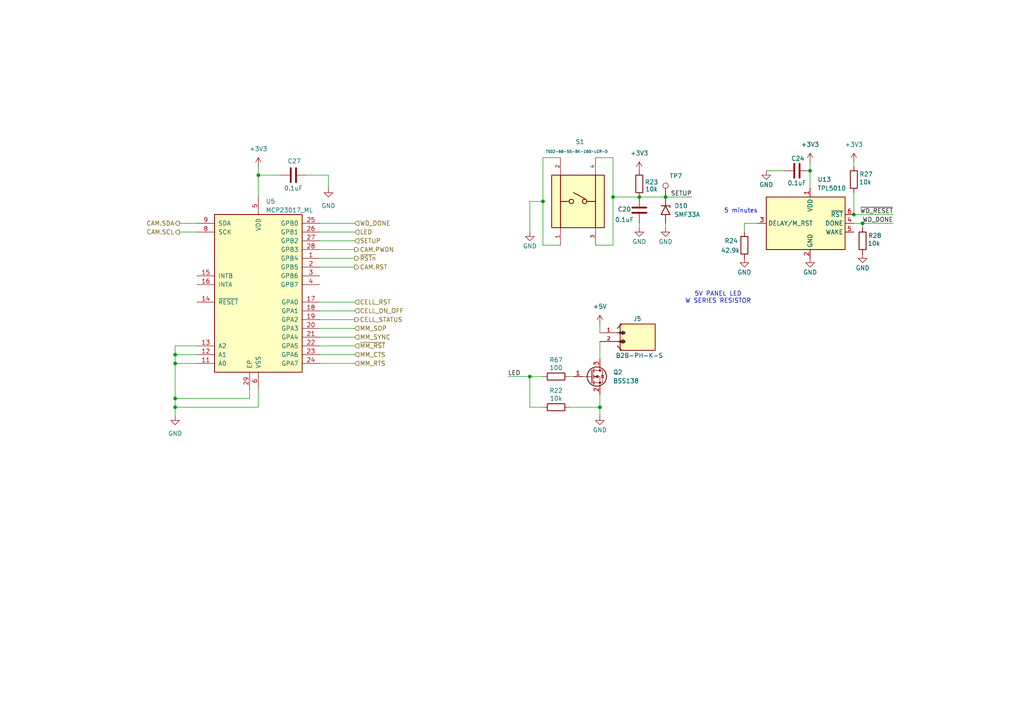
<source format=kicad_sch>
(kicad_sch (version 20250114) (generator "eeschema") (generator_version "9.0")
  (paper "A4")
  (lib_symbols
    (symbol "B2B-PH-K-S:B2B-PH-K-S" (pin_names (offset 1.016))
      (property "Reference" "J" (at -5.58 5.08 0))
      (property "Value" "B2B-PH-K-S" (at -5.08 -5.08 0))
      (symbol "B2B-PH-K-S_0_0"
        (polyline (pts (xy -5.08 3.81) (xy -3.81 5.08)) (stroke (width 0.254)))
        (polyline (pts (xy -5.08 2.54) (xy -3.175 2.54)) (stroke (width 0.254)))
        (polyline (pts (xy -5.08 0) (xy -3.175 0)) (stroke (width 0.254)))
        (polyline (pts (xy -5.08 -1.27) (xy -3.81 -2.54)) (stroke (width 0.254)))
        (rectangle (start -4.445 2.2225) (end -2.8575 2.8575) (stroke (width 0.1)) (fill (type outline)))
        (rectangle (start -4.445 -0.3175) (end -2.8575 0.3175) (stroke (width 0.1)) (fill (type outline)))
        (rectangle (start -4.2863 -2.54) (end 5.8738 5.08) (stroke (width 0.254)) (fill (type background)))
        (pin passive line (at -10.16 2.54 0) (length 5.08) (name "1") (number "1"))
        (pin passive line (at -10.16 0 0) (length 5.08) (name "2") (number "2"))
      )
    )
    (symbol "Connector:TestPoint" (pin_numbers (hide yes)) (pin_names (offset 0.762) (hide yes))
      (property "Reference" "TP" (at 0 6.858 0))
      (property "Value" "TestPoint" (at 0 5.08 0))
      (symbol "TestPoint_0_1"
        (circle (center 0 3.302) (radius 0.762))
      )
      (symbol "TestPoint_1_1"
        (pin passive line (at 0 0 90) (length 2.54) (name "1") (number "1"))
      )
    )
    (symbol "Device:C" (pin_numbers (hide yes)) (pin_names (offset 0.254))
      (property "Reference" "C" (at 0.635 2.54 0))
      (property "Value" "C" (at 0.635 -2.54 0))
      (symbol "C_0_1"
        (polyline (pts (xy -2.032 0.762) (xy 2.032 0.762)) (stroke (width 0.508)))
        (polyline (pts (xy -2.032 -0.762) (xy 2.032 -0.762)) (stroke (width 0.508)))
      )
      (symbol "C_1_1"
        (pin passive line (at 0 3.81 270) (length 2.794) (name "~") (number "1"))
        (pin passive line (at 0 -3.81 90) (length 2.794) (name "~") (number "2"))
      )
    )
    (symbol "Device:R" (pin_numbers (hide yes)) (pin_names (offset 0))
      (property "Reference" "R" (at 2.032 0 90))
      (property "Value" "R" (at 0 0 90))
      (symbol "R_0_1"
        (rectangle (start -1.016 -2.54) (end 1.016 2.54) (stroke (width 0.254)))
      )
      (symbol "R_1_1"
        (pin passive line (at 0 3.81 270) (length 1.27) (name "~") (number "1"))
        (pin passive line (at 0 -3.81 90) (length 1.27) (name "~") (number "2"))
      )
    )
    (symbol "Diode:SMF33A" (pin_numbers (hide yes)) (pin_names (offset 1.016) (hide yes))
      (property "Reference" "D" (at 0 2.54 0))
      (property "Value" "SMF33A" (at 0 -2.54 0))
      (symbol "SMF33A_0_1"
        (polyline (pts (xy -0.762 1.27) (xy -1.27 1.27) (xy -1.27 -1.27)) (stroke (width 0.254)))
        (polyline (pts (xy 1.27 1.27) (xy 1.27 -1.27) (xy -1.27 0) (xy 1.27 1.27)) (stroke (width 0.254)))
      )
      (symbol "SMF33A_1_1"
        (pin passive line (at -3.81 0 0) (length 2.54) (name "A1") (number "1"))
        (pin passive line (at 3.81 0 180) (length 2.54) (name "A2") (number "2"))
      )
    )
    (symbol "Interface_Expansion:MCP23017_ML" (pin_names (offset 1.016))
      (property "Reference" "U" (at -11.43 24.13 0))
      (property "Value" "MCP23017_ML" (at 0 0 0))
      (symbol "MCP23017_ML_0_1"
        (rectangle (start -12.7 22.86) (end 12.7 -22.86) (stroke (width 0.254)) (fill (type background)))
      )
      (symbol "MCP23017_ML_1_1"
        (pin bidirectional line (at -17.78 20.32 0) (length 5.08) (name "SDA") (number "9"))
        (pin input line (at -17.78 17.78 0) (length 5.08) (name "SCK") (number "8"))
        (pin tri_state line (at -17.78 5.08 0) (length 5.08) (name "INTB") (number "15"))
        (pin tri_state line (at -17.78 2.54 0) (length 5.08) (name "INTA") (number "16"))
        (pin input line (at -17.78 -2.54 0) (length 5.08) (name "~{RESET}") (number "14"))
        (pin input line (at -17.78 -15.24 0) (length 5.08) (name "A2") (number "13"))
        (pin input line (at -17.78 -17.78 0) (length 5.08) (name "A1") (number "12"))
        (pin input line (at -17.78 -20.32 0) (length 5.08) (name "A0") (number "11"))
        (pin no_connect line (at -12.7 15.24 0) (length 5.08) (hide yes) (name "NC") (number "7"))
        (pin no_connect line (at -12.7 12.7 0) (length 5.08) (hide yes) (name "NC") (number "10"))
        (pin passive line (at -2.54 -27.94 90) (length 5.08) (name "EP") (number "29"))
        (pin power_in line (at 0 27.94 270) (length 5.08) (name "VDD") (number "5"))
        (pin power_in line (at 0 -27.94 90) (length 5.08) (name "VSS") (number "6"))
        (pin bidirectional line (at 17.78 20.32 180) (length 5.08) (name "GPB0") (number "25"))
        (pin bidirectional line (at 17.78 17.78 180) (length 5.08) (name "GPB1") (number "26"))
        (pin bidirectional line (at 17.78 15.24 180) (length 5.08) (name "GPB2") (number "27"))
        (pin bidirectional line (at 17.78 12.7 180) (length 5.08) (name "GPB3") (number "28"))
        (pin bidirectional line (at 17.78 10.16 180) (length 5.08) (name "GPB4") (number "1"))
        (pin bidirectional line (at 17.78 7.62 180) (length 5.08) (name "GPB5") (number "2"))
        (pin bidirectional line (at 17.78 5.08 180) (length 5.08) (name "GPB6") (number "3"))
        (pin output line (at 17.78 2.54 180) (length 5.08) (name "GPB7") (number "4"))
        (pin bidirectional line (at 17.78 -2.54 180) (length 5.08) (name "GPA0") (number "17"))
        (pin bidirectional line (at 17.78 -5.08 180) (length 5.08) (name "GPA1") (number "18"))
        (pin bidirectional line (at 17.78 -7.62 180) (length 5.08) (name "GPA2") (number "19"))
        (pin bidirectional line (at 17.78 -10.16 180) (length 5.08) (name "GPA3") (number "20"))
        (pin bidirectional line (at 17.78 -12.7 180) (length 5.08) (name "GPA4") (number "21"))
        (pin bidirectional line (at 17.78 -15.24 180) (length 5.08) (name "GPA5") (number "22"))
        (pin bidirectional line (at 17.78 -17.78 180) (length 5.08) (name "GPA6") (number "23"))
        (pin output line (at 17.78 -20.32 180) (length 5.08) (name "GPA7") (number "24"))
      )
    )
    (symbol "TS02-66-55-BK-160-LCR-D:TS02-66-55-BK-160-LCR-D" (pin_names (offset 1.016))
      (property "Reference" "S" (at -7.62 8.382 0))
      (property "Value" "TS02-66-55-BK-160-LCR-D" (at -7.62 -8.382 0))
      (symbol "TS02-66-55-BK-160-LCR-D_0_0"
        (rectangle (start -7.62 -7.62) (end 7.62 7.62) (stroke (width 0.254)) (fill (type background)))
        (polyline (pts (xy 0 5.08) (xy 0 2.54)) (stroke (width 0.254)))
        (circle (center 0 1.905) (radius 0.635) (stroke (width 0.254)))
        (circle (center 0 -1.905) (radius 0.635) (stroke (width 0.254)))
        (polyline (pts (xy 0 -2.54) (xy 0 -5.08)) (stroke (width 0.254)))
        (polyline (pts (xy 0.635 -2.2225) (xy 2.54 1.27)) (stroke (width 0.254)))
        (polyline (pts (xy 7.62 5.08) (xy -7.62 5.08)) (stroke (width 0.254)))
        (polyline (pts (xy 7.62 -5.08) (xy -7.62 -5.08)) (stroke (width 0.254)))
        (pin passive line (at -12.7 5.08 0) (length 5.08) (name "~") (number "1"))
        (pin passive line (at -12.7 -5.08 0) (length 5.08) (name "~") (number "3"))
        (pin passive line (at 12.7 5.08 180) (length 5.08) (name "~") (number "2"))
        (pin passive line (at 12.7 -5.08 180) (length 5.08) (name "~") (number "4"))
      )
    )
    (symbol "Timer:TPL5010"
      (property "Reference" "U" (at -8.89 8.89 0))
      (property "Value" "TPL5010" (at 6.35 8.89 0))
      (symbol "TPL5010_0_1"
        (rectangle (start -12.7 7.62) (end 10.16 -7.62) (stroke (width 0.254)) (fill (type background)))
      )
      (symbol "TPL5010_1_1"
        (pin input line (at -15.24 0 0) (length 2.54) (name "DELAY/M_RST") (number "3"))
        (pin power_in line (at 0 10.16 270) (length 2.54) (name "VDD") (number "1"))
        (pin power_in line (at 0 -10.16 90) (length 2.54) (name "GND") (number "2"))
        (pin open_collector line (at 12.7 2.54 180) (length 2.54) (name "~{RST}") (number "6"))
        (pin input line (at 12.7 0 180) (length 2.54) (name "DONE") (number "4"))
        (pin output line (at 12.7 -2.54 180) (length 2.54) (name "WAKE") (number "5"))
      )
    )
    (symbol "Transistor_FET:BSS138" (pin_names (offset 0) (hide yes))
      (property "Reference" "Q" (at 5.08 1.905 0))
      (property "Value" "BSS138" (at 5.08 0 0))
      (symbol "BSS138_0_1"
        (polyline (pts (xy 0.254 1.905) (xy 0.254 -1.905)) (stroke (width 0.254)))
        (polyline (pts (xy 0.254 0) (xy -2.54 0)))
        (polyline (pts (xy 0.762 2.286) (xy 0.762 1.27)) (stroke (width 0.254)))
        (polyline (pts (xy 0.762 0.508) (xy 0.762 -0.508)) (stroke (width 0.254)))
        (polyline (pts (xy 0.762 -1.27) (xy 0.762 -2.286)) (stroke (width 0.254)))
        (polyline (pts (xy 0.762 -1.778) (xy 3.302 -1.778) (xy 3.302 1.778) (xy 0.762 1.778)))
        (polyline (pts (xy 1.016 0) (xy 2.032 0.381) (xy 2.032 -0.381) (xy 1.016 0)) (fill (type outline)))
        (circle (center 1.651 0) (radius 2.794) (stroke (width 0.254)))
        (polyline (pts (xy 2.54 2.54) (xy 2.54 1.778)))
        (circle (center 2.54 1.778) (radius 0.254) (fill (type outline)))
        (circle (center 2.54 -1.778) (radius 0.254) (fill (type outline)))
        (polyline (pts (xy 2.54 -2.54) (xy 2.54 0) (xy 0.762 0)))
        (polyline (pts (xy 2.921 0.381) (xy 3.683 0.381)))
        (polyline (pts (xy 3.302 0.381) (xy 2.921 -0.254) (xy 3.683 -0.254) (xy 3.302 0.381)))
      )
      (symbol "BSS138_1_1"
        (pin input line (at -5.08 0 0) (length 2.54) (name "G") (number "1"))
        (pin passive line (at 2.54 5.08 270) (length 2.54) (name "D") (number "3"))
        (pin passive line (at 2.54 -5.08 90) (length 2.54) (name "S") (number "2"))
      )
    )
    (symbol "power:+3V3" (power) (pin_numbers (hide yes)) (pin_names (offset 0) (hide yes))
      (property "Value" "+3V3" (at 0 3.556 0))
      (symbol "+3V3_0_1"
        (polyline (pts (xy -0.762 1.27) (xy 0 2.54)))
        (polyline (pts (xy 0 2.54) (xy 0.762 1.27)))
        (polyline (pts (xy 0 0) (xy 0 2.54)))
      )
      (symbol "+3V3_1_1"
        (pin power_in line (at 0 0 90) (length 0) (name "~") (number "1"))
      )
    )
    (symbol "power:+5V" (power) (pin_numbers (hide yes)) (pin_names (offset 0) (hide yes))
      (property "Value" "+5V" (at 0 3.556 0))
      (symbol "+5V_0_1"
        (polyline (pts (xy -0.762 1.27) (xy 0 2.54)))
        (polyline (pts (xy 0 2.54) (xy 0.762 1.27)))
        (polyline (pts (xy 0 0) (xy 0 2.54)))
      )
      (symbol "+5V_1_1"
        (pin power_in line (at 0 0 90) (length 0) (name "~") (number "1"))
      )
    )
    (symbol "power:GND" (power) (pin_numbers (hide yes)) (pin_names (offset 0) (hide yes))
      (property "Value" "GND" (at 0 -3.81 0))
      (symbol "GND_0_1"
        (polyline (pts (xy 0 0) (xy 0 -1.27) (xy 1.27 -1.27) (xy 0 -2.54) (xy -1.27 -1.27) (xy 0 -1.27)))
      )
      (symbol "GND_1_1"
        (pin power_in line (at 0 0 270) (length 0) (name "~") (number "1"))
      )
    )
  )
  (text "5V PANEL LED\nW SERIES RESISTOR" (at 208.28 86.36 0) (effects (font (size 1.27 1.27))))
  (text "5 minutes" (at 214.884 61.214 0) (effects (font (size 1.27 1.27))))
  (junction (at 173.99 118.11))
  (junction (at 247.65 62.23))
  (junction (at 234.95 49.53))
  (junction (at 50.8 118.11))
  (junction (at 185.42 57.15))
  (junction (at 250.19 64.77))
  (junction (at 193.04 57.15))
  (junction (at 177.8 57.15))
  (junction (at 153.67 109.22))
  (junction (at 50.8 105.41))
  (junction (at 74.93 50.8))
  (junction (at 50.8 115.57))
  (junction (at 50.8 102.87))
  (junction (at 157.48 58.42))
  (wire (pts (xy 172.72 45.72) (xy 177.8 45.72)))
  (wire (pts (xy 81.28 50.8) (xy 74.93 50.8)))
  (wire (pts (xy 165.1 109.22) (xy 166.37 109.22)))
  (wire (pts (xy 147.32 109.22) (xy 153.67 109.22)))
  (wire (pts (xy 250.19 64.77) (xy 259.08 64.77)))
  (wire (pts (xy 177.8 57.15) (xy 185.42 57.15)))
  (wire (pts (xy 50.8 102.87) (xy 50.8 105.41)))
  (wire (pts (xy 173.99 114.3) (xy 173.99 118.11)))
  (wire (pts (xy 74.93 113.03) (xy 74.93 118.11)))
  (wire (pts (xy 157.48 118.11) (xy 153.67 118.11)))
  (wire (pts (xy 102.87 77.47) (xy 92.71 77.47)))
  (wire (pts (xy 102.87 102.87) (xy 92.71 102.87)))
  (wire (pts (xy 157.48 45.72) (xy 157.48 58.42)))
  (wire (pts (xy 50.8 115.57) (xy 50.8 118.11)))
  (wire (pts (xy 72.39 113.03) (xy 72.39 115.57)))
  (wire (pts (xy 50.8 102.87) (xy 57.15 102.87)))
  (wire (pts (xy 74.93 50.8) (xy 74.93 57.15)))
  (wire (pts (xy 102.87 97.79) (xy 92.71 97.79)))
  (wire (pts (xy 102.87 87.63) (xy 92.71 87.63)))
  (wire (pts (xy 92.71 92.71) (xy 102.87 92.71)))
  (wire (pts (xy 92.71 67.31) (xy 102.87 67.31)))
  (wire (pts (xy 74.93 118.11) (xy 50.8 118.11)))
  (wire (pts (xy 102.87 105.41) (xy 92.71 105.41)))
  (wire (pts (xy 102.87 100.33) (xy 92.71 100.33)))
  (wire (pts (xy 88.9 50.8) (xy 95.25 50.8)))
  (wire (pts (xy 234.95 46.99) (xy 234.95 49.53)))
  (wire (pts (xy 74.93 48.26) (xy 74.93 50.8)))
  (wire (pts (xy 247.65 62.23) (xy 259.08 62.23)))
  (wire (pts (xy 173.99 99.06) (xy 173.99 104.14)))
  (wire (pts (xy 215.9 64.77) (xy 219.71 64.77)))
  (wire (pts (xy 153.67 109.22) (xy 157.48 109.22)))
  (wire (pts (xy 102.87 74.93) (xy 92.71 74.93)))
  (wire (pts (xy 185.42 66.04) (xy 185.42 64.77)))
  (wire (pts (xy 157.48 71.12) (xy 157.48 58.42)))
  (wire (pts (xy 193.04 57.15) (xy 200.66 57.15)))
  (wire (pts (xy 50.8 100.33) (xy 50.8 102.87)))
  (wire (pts (xy 173.99 93.98) (xy 173.99 96.52)))
  (wire (pts (xy 50.8 105.41) (xy 50.8 115.57)))
  (wire (pts (xy 247.65 55.88) (xy 247.65 62.23)))
  (wire (pts (xy 50.8 118.11) (xy 50.8 120.65)))
  (wire (pts (xy 177.8 71.12) (xy 177.8 57.15)))
  (wire (pts (xy 247.65 64.77) (xy 250.19 64.77)))
  (wire (pts (xy 72.39 115.57) (xy 50.8 115.57)))
  (wire (pts (xy 157.48 71.12) (xy 162.56 71.12)))
  (wire (pts (xy 102.87 95.25) (xy 92.71 95.25)))
  (wire (pts (xy 247.65 46.99) (xy 247.65 48.26)))
  (wire (pts (xy 193.04 66.04) (xy 193.04 64.77)))
  (wire (pts (xy 185.42 57.15) (xy 193.04 57.15)))
  (wire (pts (xy 172.72 71.12) (xy 177.8 71.12)))
  (wire (pts (xy 250.19 66.04) (xy 250.19 64.77)))
  (wire (pts (xy 165.1 118.11) (xy 173.99 118.11)))
  (wire (pts (xy 92.71 69.85) (xy 102.87 69.85)))
  (wire (pts (xy 92.71 64.77) (xy 102.87 64.77)))
  (wire (pts (xy 234.95 49.53) (xy 234.95 54.61)))
  (wire (pts (xy 52.07 64.77) (xy 57.15 64.77)))
  (wire (pts (xy 162.56 45.72) (xy 157.48 45.72)))
  (wire (pts (xy 57.15 100.33) (xy 50.8 100.33)))
  (wire (pts (xy 153.67 118.11) (xy 153.67 109.22)))
  (wire (pts (xy 157.48 58.42) (xy 153.67 58.42)))
  (wire (pts (xy 102.87 90.17) (xy 92.71 90.17)))
  (wire (pts (xy 50.8 105.41) (xy 57.15 105.41)))
  (wire (pts (xy 102.87 72.39) (xy 92.71 72.39)))
  (wire (pts (xy 215.9 67.31) (xy 215.9 64.77)))
  (wire (pts (xy 95.25 50.8) (xy 95.25 54.61)))
  (wire (pts (xy 52.07 67.31) (xy 57.15 67.31)))
  (wire (pts (xy 222.25 49.53) (xy 227.33 49.53)))
  (wire (pts (xy 177.8 45.72) (xy 177.8 57.15)))
  (wire (pts (xy 173.99 118.11) (xy 173.99 120.65)))
  (wire (pts (xy 153.67 58.42) (xy 153.67 67.31)))
  (label "SETUP" (at 200.66 57.15 180))
  (label "LED" (at 147.32 109.22 0))
  (label "~{WD_RESET}" (at 259.08 62.23 180))
  (label "WD_DONE" (at 259.08 64.77 180))
  (hierarchical_label "~{RSTn}" (shape output) (at 102.87 74.93 0))
  (hierarchical_label "MM_CTS" (shape input) (at 102.87 102.87 0))
  (hierarchical_label "MM_SOP" (shape input) (at 102.87 95.25 0))
  (hierarchical_label "CELL_ON_OFF" (shape input) (at 102.87 90.17 0))
  (hierarchical_label "~{MM_RST}" (shape input) (at 102.87 100.33 0))
  (hierarchical_label "CELL_RST" (shape input) (at 102.87 87.63 0))
  (hierarchical_label "WD_DONE" (shape input) (at 102.87 64.77 0))
  (hierarchical_label "MM_RTS" (shape input) (at 102.87 105.41 0))
  (hierarchical_label "LED" (shape input) (at 102.87 67.31 0))
  (hierarchical_label "CELL_ON_OFF" (shape input) (at -25.4 102.87 180))
  (hierarchical_label "CAM.RST" (shape output) (at 102.87 77.47 0))
  (hierarchical_label "CELL_RST" (shape input) (at -40.64 163.83 180))
  (hierarchical_label "SETUP" (shape input) (at 102.87 69.85 0))
  (hierarchical_label "CELL_STATUS" (shape output) (at 102.87 92.71 0))
  (hierarchical_label "CAM.SCL" (shape output) (at 52.07 67.31 180))
  (hierarchical_label "CAM.PWDN" (shape output) (at 102.87 72.39 0))
  (hierarchical_label "MM_SYNC" (shape input) (at 102.87 97.79 0))
  (hierarchical_label "CELL_STATUS" (shape output) (at -30.48 82.55 180))
  (hierarchical_label "CAM.SDA" (shape output) (at 52.07 64.77 180))
  (symbol (lib_id "power:+3V3") (at 234.95 46.99 0) (unit 1)
    (property "Reference" "#PWR044" (effects (hide yes)))
    (property "Value" "+3V3" (at 234.95 41.91 0))
    (property "Description" "Power symbol creates a global label with name \"+3V3\"" (effects (hide yes)))
  )
  (symbol (lib_id "Device:R") (at 247.65 52.07 0) (unit 1)
    (property "Reference" "R27" (at 251.206 50.546 0))
    (property "Value" "10k" (at 250.952 52.832 0))
    (property "Footprint" "Resistor_SMD:R_0603_1608Metric" (effects (hide yes)))
    (property "Description" "Resistor" (effects (hide yes)))
  )
  (symbol (lib_id "Connector:TestPoint") (at 193.04 57.15 0) (unit 1)
    (property "Reference" "TP7" (at 197.866 51.054 0) (effects (justify right)))
    (property "Value" "TestPoint" (effects (hide yes)))
    (property "Footprint" "TestPoint:TestPoint_Pad_D2.0mm" (effects (hide yes)))
    (property "Description" "test point" (effects (hide yes)))
  )
  (symbol (lib_id "power:GND") (at 250.19 73.66 0) (unit 1)
    (property "Reference" "#PWR0111" (effects (hide yes)))
    (property "Value" "GND" (at 250.19 77.724 0))
    (property "Description" "Power symbol creates a global label with name \"GND\" , ground" (effects (hide yes)))
  )
  (symbol (lib_id "TS02-66-55-BK-160-LCR-D:TS02-66-55-BK-160-LCR-D") (at 167.64 58.42 90) (unit 1)
    (property "Reference" "S1" (at 166.878 41.148 90) (effects (justify right)))
    (property "Value" "TS02-66-55-BK-160-LCR-D" (at 158.242 43.942 90) (effects (font (size 0.762 0.762)) (justify right)))
    (property "Footprint" "TS02-66-55-BK-160-LCR-D:SW_TS02-66-55-BK-160-LCR-D" (effects (hide yes)))
    (property "PARTREV" "1.0" (effects (hide yes)))
    (property "MANUFACTURER" "CUI Devices" (effects (hide yes)))
    (property "STANDARD" "Manufacturer Recommendations" (effects (hide yes)))
  )
  (symbol (lib_id "Device:R") (at 185.42 53.34 0) (unit 1)
    (property "Reference" "R23" (at 188.976 52.832 0))
    (property "Value" "10k" (at 188.976 54.864 0))
    (property "Footprint" "Resistor_SMD:R_0603_1608Metric" (effects (hide yes)))
    (property "Description" "Resistor" (effects (hide yes)))
  )
  (symbol (lib_id "power:GND") (at 95.25 54.61 0) (unit 1)
    (property "Reference" "#PWR049" (effects (hide yes)))
    (property "Value" "GND" (at 95.25 59.69 0))
    (property "Description" "Power symbol creates a global label with name \"GND\" , ground" (effects (hide yes)))
  )
  (symbol (lib_id "Device:C") (at 85.09 50.8 90) (unit 1)
    (property "Reference" "C27" (at 85.344 46.736 90))
    (property "Value" "0.1uF" (at 85.09 54.61 90))
    (property "Description" "Unpolarized capacitor" (effects (hide yes)))
  )
  (symbol (lib_id "Device:R") (at 161.29 118.11 90) (unit 1)
    (property "Reference" "R22" (at 161.29 113.284 90))
    (property "Value" "10k" (at 161.29 115.57 90))
    (property "Footprint" "Resistor_SMD:R_0603_1608Metric" (effects (hide yes)))
    (property "Description" "Resistor" (effects (hide yes)))
  )
  (symbol (lib_id "power:GND") (at 234.95 74.93 0) (unit 1)
    (property "Reference" "#PWR045" (effects (hide yes)))
    (property "Value" "GND" (at 234.95 78.994 0))
    (property "Description" "Power symbol creates a global label with name \"GND\" , ground" (effects (hide yes)))
  )
  (symbol (lib_id "B2B-PH-K-S:B2B-PH-K-S") (at 184.15 99.06 0) (unit 1)
    (property "Reference" "J5" (at 183.642 92.456 0) (effects (justify left)))
    (property "Value" "B2B-PH-K-S" (at 178.562 103.124 0) (effects (justify left)))
    (property "Footprint" "B2B-PH-K-S:JST_B2B-PH-K-S" (effects (hide yes)))
    (property "MANUFACTURER" "JST" (effects (hide yes)))
  )
  (symbol (lib_id "power:GND") (at 153.67 67.31 0) (unit 1)
    (property "Reference" "#PWR034" (effects (hide yes)))
    (property "Value" "GND" (at 153.67 71.374 0))
    (property "Description" "Power symbol creates a global label with name \"GND\" , ground" (effects (hide yes)))
  )
  (symbol (lib_id "Timer:TPL5010") (at 234.95 64.77 0) (unit 1)
    (property "Reference" "U13" (at 237.0933 52.07 0) (effects (justify left)))
    (property "Value" "TPL5010" (at 237.0933 54.61 0) (effects (justify left)))
    (property "Footprint" "Package_TO_SOT_SMD:SOT-23-6" (effects (hide yes)))
    (property "Datasheet" "http://www.ti.com/lit/ds/symlink/tpl5010.pdf" (effects (hide yes)))
    (property "Description" "Timer, Nano Power, Watchdog, 35 nA, 100 ms to 7200 s, VDD 1.8V to 5.5V, Iout max 1mA" (effects (hide yes)))
  )
  (symbol (lib_id "power:GND") (at 193.04 66.04 0) (unit 1)
    (property "Reference" "#PWR040" (effects (hide yes)))
    (property "Value" "GND" (at 193.04 70.104 0))
    (property "Description" "Power symbol creates a global label with name \"GND\" , ground" (effects (hide yes)))
  )
  (symbol (lib_id "Device:C") (at 231.14 49.53 90) (unit 1)
    (property "Reference" "C24" (at 231.394 45.974 90))
    (property "Value" "0.1uF" (at 231.14 53.086 90))
    (property "Footprint" "Capacitor_SMD:C_0603_1608Metric" (effects (hide yes)))
    (property "Description" "Unpolarized capacitor" (effects (hide yes)))
  )
  (symbol (lib_id "power:GND") (at 173.99 120.65 0) (unit 1)
    (property "Reference" "#PWR099" (effects (hide yes)))
    (property "Value" "GND" (at 173.99 124.714 0))
    (property "Description" "Power symbol creates a global label with name \"GND\" , ground" (effects (hide yes)))
  )
  (symbol (lib_id "power:+5V") (at 173.99 93.98 0) (unit 1)
    (property "Reference" "#PWR098" (effects (hide yes)))
    (property "Value" "+5V" (at 173.99 88.9 0))
    (property "Description" "Power symbol creates a global label with name \"+5V\"" (effects (hide yes)))
  )
  (symbol (lib_id "Device:C") (at 185.42 60.96 0) (unit 1)
    (property "Reference" "C20" (at 181.102 60.706 0))
    (property "Value" "0.1uF" (at 181.102 63.754 0))
    (property "Footprint" "Capacitor_SMD:C_0603_1608Metric" (effects (hide yes)))
    (property "Description" "Unpolarized capacitor" (effects (hide yes)))
  )
  (symbol (lib_id "power:+3V3") (at 185.42 49.53 0) (unit 1)
    (property "Reference" "#PWR036" (effects (hide yes)))
    (property "Value" "+3V3" (at 185.42 44.45 0))
    (property "Description" "Power symbol creates a global label with name \"+3V3\"" (effects (hide yes)))
  )
  (symbol (lib_id "power:GND") (at 185.42 66.04 0) (unit 1)
    (property "Reference" "#PWR039" (effects (hide yes)))
    (property "Value" "GND" (at 185.42 70.104 0))
    (property "Description" "Power symbol creates a global label with name \"GND\" , ground" (effects (hide yes)))
  )
  (symbol (lib_id "Transistor_FET:BSS138") (at 171.45 109.22 0) (unit 1)
    (property "Reference" "Q2" (at 177.8 107.9499 0) (effects (justify left)))
    (property "Value" "BSS138" (at 177.8 110.4899 0) (effects (justify left)))
    (property "Footprint" "Package_TO_SOT_SMD:SOT-23" (effects (hide yes)))
    (property "Datasheet" "https://www.onsemi.com/pub/Collateral/BSS138-D.PDF" (effects (hide yes)))
    (property "Description" "50V Vds, 0.22A Id, N-Channel MOSFET, SOT-23" (effects (hide yes)))
  )
  (symbol (lib_id "Interface_Expansion:MCP23017_ML") (at 74.93 85.09 0) (unit 1)
    (property "Reference" "U5" (at 77.0733 58.42 0) (effects (justify left)))
    (property "Value" "MCP23017_ML" (at 77.0733 60.96 0) (effects (justify left)))
    (property "Footprint" "Package_DFN_QFN:QFN-28-1EP_6x6mm_P0.65mm_EP4.25x4.25mm" (effects (hide yes)))
    (property "Datasheet" "https://ww1.microchip.com/downloads/aemDocuments/documents/APID/ProductDocuments/DataSheets/MCP23017-Data-Sheet-DS20001952.pdf" (effects (hide yes)))
    (property "Description" "16-bit I/O expander, I2C, interrupts, w pull-ups, GPA/B7 output only (https://microchip.my.site.com/s/article/GPA7---GPB7-Cannot-Be-Used-as-Inputs-In-MCP23017), QFN-28" (effects (hide yes)))
  )
  (symbol (lib_id "power:+3V3") (at 74.93 48.26 0) (unit 1)
    (property "Reference" "#PWR046" (effects (hide yes)))
    (property "Value" "+3V3" (at 74.93 43.18 0))
    (property "Description" "Power symbol creates a global label with name \"+3V3\"" (effects (hide yes)))
  )
  (symbol (lib_id "Device:R") (at 215.9 71.12 0) (unit 1)
    (property "Reference" "R24" (at 212.09 69.85 0))
    (property "Value" "42.9k" (at 211.836 72.644 0))
    (property "Footprint" "Resistor_SMD:R_0603_1608Metric" (effects (hide yes)))
    (property "Description" "Resistor" (effects (hide yes)))
  )
  (symbol (lib_id "Device:R") (at 250.19 69.85 0) (unit 1)
    (property "Reference" "R28" (at 253.746 68.326 0))
    (property "Value" "10k" (at 253.492 70.612 0))
    (property "Footprint" "Resistor_SMD:R_0603_1608Metric" (effects (hide yes)))
    (property "Description" "Resistor" (effects (hide yes)))
  )
  (symbol (lib_id "Device:R") (at 161.29 109.22 90) (unit 1)
    (property "Reference" "R67" (at 161.29 104.394 90))
    (property "Value" "100" (at 161.29 106.68 90))
    (property "Footprint" "Resistor_SMD:R_0603_1608Metric" (effects (hide yes)))
    (property "Description" "Resistor" (effects (hide yes)))
  )
  (symbol (lib_id "power:GND") (at 222.25 49.53 0) (unit 1)
    (property "Reference" "#PWR043" (effects (hide yes)))
    (property "Value" "GND" (at 222.25 53.594 0))
    (property "Description" "Power symbol creates a global label with name \"GND\" , ground" (effects (hide yes)))
  )
  (symbol (lib_id "power:GND") (at 215.9 74.93 0) (unit 1)
    (property "Reference" "#PWR0106" (effects (hide yes)))
    (property "Value" "GND" (at 215.9 78.994 0))
    (property "Description" "Power symbol creates a global label with name \"GND\" , ground" (effects (hide yes)))
  )
  (symbol (lib_id "power:GND") (at 50.8 120.65 0) (unit 1)
    (property "Reference" "#PWR050" (effects (hide yes)))
    (property "Value" "GND" (at 50.8 125.73 0))
    (property "Description" "Power symbol creates a global label with name \"GND\" , ground" (effects (hide yes)))
  )
  (symbol (lib_id "power:+3V3") (at 247.65 46.99 0) (unit 1)
    (property "Reference" "#PWR0110" (effects (hide yes)))
    (property "Value" "+3V3" (at 247.65 41.91 0))
    (property "Description" "Power symbol creates a global label with name \"+3V3\"" (effects (hide yes)))
  )
  (symbol (lib_id "Diode:SMF33A") (at 193.04 60.96 270) (unit 1)
    (property "Reference" "D10" (at 195.58 59.6899 90) (effects (justify left)))
    (property "Value" "SMF33A" (at 195.58 62.2299 90) (effects (justify left)))
    (property "Footprint" "Diode_SMD:D_SMF" (effects (hide yes)))
    (property "Datasheet" "https://www.vishay.com/doc?85881" (effects (hide yes)))
    (property "Description" "200W unidirectional Transil Transient Voltage Suppressor, 33Vrwm, SMF" (effects (hide yes)))
  )
)
</source>
